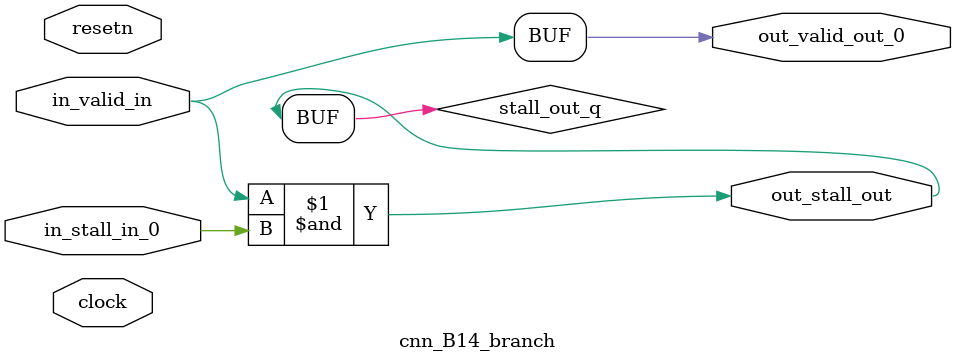
<source format=sv>



(* altera_attribute = "-name AUTO_SHIFT_REGISTER_RECOGNITION OFF; -name MESSAGE_DISABLE 10036; -name MESSAGE_DISABLE 10037; -name MESSAGE_DISABLE 14130; -name MESSAGE_DISABLE 14320; -name MESSAGE_DISABLE 15400; -name MESSAGE_DISABLE 14130; -name MESSAGE_DISABLE 10036; -name MESSAGE_DISABLE 12020; -name MESSAGE_DISABLE 12030; -name MESSAGE_DISABLE 12010; -name MESSAGE_DISABLE 12110; -name MESSAGE_DISABLE 14320; -name MESSAGE_DISABLE 13410; -name MESSAGE_DISABLE 113007; -name MESSAGE_DISABLE 10958" *)
module cnn_B14_branch (
    input wire [0:0] in_stall_in_0,
    input wire [0:0] in_valid_in,
    output wire [0:0] out_stall_out,
    output wire [0:0] out_valid_out_0,
    input wire clock,
    input wire resetn
    );

    wire [0:0] stall_out_q;
    reg [0:0] rst_sync_rst_sclrn;


    // stall_out(LOGICAL,6)
    assign stall_out_q = in_valid_in & in_stall_in_0;

    // out_stall_out(GPOUT,4)
    assign out_stall_out = stall_out_q;

    // out_valid_out_0(GPOUT,5)
    assign out_valid_out_0 = in_valid_in;

    // rst_sync(RESETSYNC,7)
    acl_reset_handler #(
        .ASYNC_RESET(0),
        .USE_SYNCHRONIZER(1),
        .PULSE_EXTENSION(0),
        .PIPE_DEPTH(3),
        .DUPLICATE(1)
    ) therst_sync (
        .clk(clock),
        .i_resetn(resetn),
        .o_sclrn(rst_sync_rst_sclrn)
    );

endmodule

</source>
